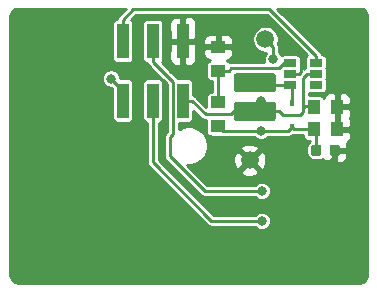
<source format=gbr>
G04 #@! TF.GenerationSoftware,KiCad,Pcbnew,5.1.5-52549c5~84~ubuntu18.04.1*
G04 #@! TF.CreationDate,2020-03-23T20:50:24+05:30*
G04 #@! TF.ProjectId,L80_adapter,4c38305f-6164-4617-9074-65722e6b6963,rev?*
G04 #@! TF.SameCoordinates,Original*
G04 #@! TF.FileFunction,Copper,L2,Bot*
G04 #@! TF.FilePolarity,Positive*
%FSLAX46Y46*%
G04 Gerber Fmt 4.6, Leading zero omitted, Abs format (unit mm)*
G04 Created by KiCad (PCBNEW 5.1.5-52549c5~84~ubuntu18.04.1) date 2020-03-23 20:50:24*
%MOMM*%
%LPD*%
G04 APERTURE LIST*
%ADD10C,1.500000*%
%ADD11R,1.250000X1.000000*%
%ADD12R,1.000000X3.000000*%
%ADD13R,1.060000X0.650000*%
%ADD14C,0.100000*%
%ADD15R,0.450000X0.600000*%
%ADD16R,1.000000X1.250000*%
%ADD17C,0.800000*%
%ADD18C,0.250000*%
%ADD19C,0.254000*%
G04 APERTURE END LIST*
D10*
X105156000Y-101244400D03*
D11*
X102489000Y-91646500D03*
X102489000Y-93646500D03*
X102489000Y-96345500D03*
X102489000Y-98345500D03*
D10*
X106489500Y-90995500D03*
D12*
X94424500Y-96182500D03*
X94424500Y-91142500D03*
X96964500Y-96182500D03*
X96964500Y-91142500D03*
X99504500Y-96182500D03*
X99504500Y-91142500D03*
D13*
X110764500Y-93916500D03*
X110764500Y-94866500D03*
X110764500Y-92966500D03*
X108564500Y-92966500D03*
X108564500Y-93916500D03*
X108564500Y-94866500D03*
G04 #@! TA.AperFunction,SMDPad,CuDef*
D14*
G36*
X107206183Y-96285770D02*
G01*
X107221714Y-96288074D01*
X107236946Y-96291890D01*
X107251729Y-96297179D01*
X107265923Y-96303893D01*
X107279391Y-96311965D01*
X107292003Y-96321318D01*
X107303637Y-96331863D01*
X107314182Y-96343497D01*
X107323535Y-96356109D01*
X107331607Y-96369577D01*
X107338321Y-96383771D01*
X107343610Y-96398554D01*
X107347426Y-96413786D01*
X107349730Y-96429317D01*
X107350500Y-96445000D01*
X107350500Y-97725000D01*
X107349730Y-97740683D01*
X107347426Y-97756214D01*
X107343610Y-97771446D01*
X107338321Y-97786229D01*
X107331607Y-97800423D01*
X107323535Y-97813891D01*
X107314182Y-97826503D01*
X107303637Y-97838137D01*
X107292003Y-97848682D01*
X107279391Y-97858035D01*
X107265923Y-97866107D01*
X107251729Y-97872821D01*
X107236946Y-97878110D01*
X107221714Y-97881926D01*
X107206183Y-97884230D01*
X107190500Y-97885000D01*
X104010500Y-97885000D01*
X103994817Y-97884230D01*
X103979286Y-97881926D01*
X103964054Y-97878110D01*
X103949271Y-97872821D01*
X103935077Y-97866107D01*
X103921609Y-97858035D01*
X103908997Y-97848682D01*
X103897363Y-97838137D01*
X103886818Y-97826503D01*
X103877465Y-97813891D01*
X103869393Y-97800423D01*
X103862679Y-97786229D01*
X103857390Y-97771446D01*
X103853574Y-97756214D01*
X103851270Y-97740683D01*
X103850500Y-97725000D01*
X103850500Y-96445000D01*
X103851270Y-96429317D01*
X103853574Y-96413786D01*
X103857390Y-96398554D01*
X103862679Y-96383771D01*
X103869393Y-96369577D01*
X103877465Y-96356109D01*
X103886818Y-96343497D01*
X103897363Y-96331863D01*
X103908997Y-96321318D01*
X103921609Y-96311965D01*
X103935077Y-96303893D01*
X103949271Y-96297179D01*
X103964054Y-96291890D01*
X103979286Y-96288074D01*
X103994817Y-96285770D01*
X104010500Y-96285000D01*
X107190500Y-96285000D01*
X107206183Y-96285770D01*
G37*
G04 #@! TD.AperFunction*
G04 #@! TA.AperFunction,SMDPad,CuDef*
G36*
X107206183Y-93885770D02*
G01*
X107221714Y-93888074D01*
X107236946Y-93891890D01*
X107251729Y-93897179D01*
X107265923Y-93903893D01*
X107279391Y-93911965D01*
X107292003Y-93921318D01*
X107303637Y-93931863D01*
X107314182Y-93943497D01*
X107323535Y-93956109D01*
X107331607Y-93969577D01*
X107338321Y-93983771D01*
X107343610Y-93998554D01*
X107347426Y-94013786D01*
X107349730Y-94029317D01*
X107350500Y-94045000D01*
X107350500Y-95325000D01*
X107349730Y-95340683D01*
X107347426Y-95356214D01*
X107343610Y-95371446D01*
X107338321Y-95386229D01*
X107331607Y-95400423D01*
X107323535Y-95413891D01*
X107314182Y-95426503D01*
X107303637Y-95438137D01*
X107292003Y-95448682D01*
X107279391Y-95458035D01*
X107265923Y-95466107D01*
X107251729Y-95472821D01*
X107236946Y-95478110D01*
X107221714Y-95481926D01*
X107206183Y-95484230D01*
X107190500Y-95485000D01*
X104010500Y-95485000D01*
X103994817Y-95484230D01*
X103979286Y-95481926D01*
X103964054Y-95478110D01*
X103949271Y-95472821D01*
X103935077Y-95466107D01*
X103921609Y-95458035D01*
X103908997Y-95448682D01*
X103897363Y-95438137D01*
X103886818Y-95426503D01*
X103877465Y-95413891D01*
X103869393Y-95400423D01*
X103862679Y-95386229D01*
X103857390Y-95371446D01*
X103853574Y-95356214D01*
X103851270Y-95340683D01*
X103850500Y-95325000D01*
X103850500Y-94045000D01*
X103851270Y-94029317D01*
X103853574Y-94013786D01*
X103857390Y-93998554D01*
X103862679Y-93983771D01*
X103869393Y-93969577D01*
X103877465Y-93956109D01*
X103886818Y-93943497D01*
X103897363Y-93931863D01*
X103908997Y-93921318D01*
X103921609Y-93911965D01*
X103935077Y-93903893D01*
X103949271Y-93897179D01*
X103964054Y-93891890D01*
X103979286Y-93888074D01*
X103994817Y-93885770D01*
X104010500Y-93885000D01*
X107190500Y-93885000D01*
X107206183Y-93885770D01*
G37*
G04 #@! TD.AperFunction*
D15*
X108712000Y-96359000D03*
X108712000Y-98459000D03*
G04 #@! TA.AperFunction,SMDPad,CuDef*
D14*
G36*
X112597191Y-99919553D02*
G01*
X112618426Y-99922703D01*
X112639250Y-99927919D01*
X112659462Y-99935151D01*
X112678868Y-99944330D01*
X112697281Y-99955366D01*
X112714524Y-99968154D01*
X112730430Y-99982570D01*
X112744846Y-99998476D01*
X112757634Y-100015719D01*
X112768670Y-100034132D01*
X112777849Y-100053538D01*
X112785081Y-100073750D01*
X112790297Y-100094574D01*
X112793447Y-100115809D01*
X112794500Y-100137250D01*
X112794500Y-100649750D01*
X112793447Y-100671191D01*
X112790297Y-100692426D01*
X112785081Y-100713250D01*
X112777849Y-100733462D01*
X112768670Y-100752868D01*
X112757634Y-100771281D01*
X112744846Y-100788524D01*
X112730430Y-100804430D01*
X112714524Y-100818846D01*
X112697281Y-100831634D01*
X112678868Y-100842670D01*
X112659462Y-100851849D01*
X112639250Y-100859081D01*
X112618426Y-100864297D01*
X112597191Y-100867447D01*
X112575750Y-100868500D01*
X112138250Y-100868500D01*
X112116809Y-100867447D01*
X112095574Y-100864297D01*
X112074750Y-100859081D01*
X112054538Y-100851849D01*
X112035132Y-100842670D01*
X112016719Y-100831634D01*
X111999476Y-100818846D01*
X111983570Y-100804430D01*
X111969154Y-100788524D01*
X111956366Y-100771281D01*
X111945330Y-100752868D01*
X111936151Y-100733462D01*
X111928919Y-100713250D01*
X111923703Y-100692426D01*
X111920553Y-100671191D01*
X111919500Y-100649750D01*
X111919500Y-100137250D01*
X111920553Y-100115809D01*
X111923703Y-100094574D01*
X111928919Y-100073750D01*
X111936151Y-100053538D01*
X111945330Y-100034132D01*
X111956366Y-100015719D01*
X111969154Y-99998476D01*
X111983570Y-99982570D01*
X111999476Y-99968154D01*
X112016719Y-99955366D01*
X112035132Y-99944330D01*
X112054538Y-99935151D01*
X112074750Y-99927919D01*
X112095574Y-99922703D01*
X112116809Y-99919553D01*
X112138250Y-99918500D01*
X112575750Y-99918500D01*
X112597191Y-99919553D01*
G37*
G04 #@! TD.AperFunction*
G04 #@! TA.AperFunction,SMDPad,CuDef*
G36*
X111022191Y-99919553D02*
G01*
X111043426Y-99922703D01*
X111064250Y-99927919D01*
X111084462Y-99935151D01*
X111103868Y-99944330D01*
X111122281Y-99955366D01*
X111139524Y-99968154D01*
X111155430Y-99982570D01*
X111169846Y-99998476D01*
X111182634Y-100015719D01*
X111193670Y-100034132D01*
X111202849Y-100053538D01*
X111210081Y-100073750D01*
X111215297Y-100094574D01*
X111218447Y-100115809D01*
X111219500Y-100137250D01*
X111219500Y-100649750D01*
X111218447Y-100671191D01*
X111215297Y-100692426D01*
X111210081Y-100713250D01*
X111202849Y-100733462D01*
X111193670Y-100752868D01*
X111182634Y-100771281D01*
X111169846Y-100788524D01*
X111155430Y-100804430D01*
X111139524Y-100818846D01*
X111122281Y-100831634D01*
X111103868Y-100842670D01*
X111084462Y-100851849D01*
X111064250Y-100859081D01*
X111043426Y-100864297D01*
X111022191Y-100867447D01*
X111000750Y-100868500D01*
X110563250Y-100868500D01*
X110541809Y-100867447D01*
X110520574Y-100864297D01*
X110499750Y-100859081D01*
X110479538Y-100851849D01*
X110460132Y-100842670D01*
X110441719Y-100831634D01*
X110424476Y-100818846D01*
X110408570Y-100804430D01*
X110394154Y-100788524D01*
X110381366Y-100771281D01*
X110370330Y-100752868D01*
X110361151Y-100733462D01*
X110353919Y-100713250D01*
X110348703Y-100692426D01*
X110345553Y-100671191D01*
X110344500Y-100649750D01*
X110344500Y-100137250D01*
X110345553Y-100115809D01*
X110348703Y-100094574D01*
X110353919Y-100073750D01*
X110361151Y-100053538D01*
X110370330Y-100034132D01*
X110381366Y-100015719D01*
X110394154Y-99998476D01*
X110408570Y-99982570D01*
X110424476Y-99968154D01*
X110441719Y-99955366D01*
X110460132Y-99944330D01*
X110479538Y-99935151D01*
X110499750Y-99927919D01*
X110520574Y-99922703D01*
X110541809Y-99919553D01*
X110563250Y-99918500D01*
X111000750Y-99918500D01*
X111022191Y-99919553D01*
G37*
G04 #@! TD.AperFunction*
D16*
X112569500Y-98615500D03*
X110569500Y-98615500D03*
X112569500Y-96710500D03*
X110569500Y-96710500D03*
D17*
X109283500Y-101282500D03*
X90678000Y-106362500D03*
X106108500Y-96202500D03*
X106108500Y-98742500D03*
X106172000Y-106362500D03*
X106172000Y-103822500D03*
X107124500Y-92683490D03*
X93404998Y-94322028D03*
D18*
X112569500Y-98615500D02*
X112569500Y-96710500D01*
X112357000Y-100868500D02*
X112357000Y-100393500D01*
X111943000Y-101282500D02*
X112357000Y-100868500D01*
X109283500Y-101282500D02*
X111943000Y-101282500D01*
X102489000Y-90741500D02*
X102489000Y-91646500D01*
X108564500Y-93916500D02*
X109344500Y-93916500D01*
X106997500Y-89598500D02*
X103632000Y-89598500D01*
X103632000Y-89598500D02*
X102489000Y-90741500D01*
X109537500Y-93723500D02*
X109537500Y-92138500D01*
X109344500Y-93916500D02*
X109537500Y-93723500D01*
X109537500Y-92138500D02*
X106997500Y-89598500D01*
X90678000Y-93916500D02*
X90678000Y-106362500D01*
X91249500Y-93345000D02*
X90678000Y-93916500D01*
X95186500Y-93345000D02*
X91249500Y-93345000D01*
X99504500Y-89392500D02*
X99202500Y-89090500D01*
X99504500Y-91142500D02*
X99504500Y-89392500D01*
X99202500Y-89090500D02*
X96139000Y-89090500D01*
X95694500Y-89535000D02*
X95694500Y-92837000D01*
X96139000Y-89090500D02*
X95694500Y-89535000D01*
X95694500Y-92837000D02*
X95186500Y-93345000D01*
X99504500Y-91142500D02*
X100642100Y-91142500D01*
X101146100Y-91646500D02*
X102489000Y-91646500D01*
X100642100Y-91142500D02*
X101146100Y-91646500D01*
X109664500Y-97155000D02*
X109664500Y-94234000D01*
X109982000Y-93916500D02*
X110764500Y-93916500D01*
X109664500Y-94234000D02*
X109982000Y-93916500D01*
X109819500Y-96647000D02*
X110569500Y-96647000D01*
X109664500Y-96802000D02*
X109819500Y-96647000D01*
X109664500Y-97155000D02*
X109664500Y-96802000D01*
X107626000Y-97085000D02*
X105600500Y-97085000D01*
X107950000Y-97409000D02*
X107626000Y-97085000D01*
X109664500Y-97155000D02*
X109410500Y-97409000D01*
X109410500Y-97409000D02*
X107950000Y-97409000D01*
X103850500Y-97085000D02*
X105600500Y-97085000D01*
X103590000Y-97345500D02*
X103850500Y-97085000D01*
X101417500Y-97345500D02*
X103590000Y-97345500D01*
X99504500Y-96182500D02*
X100254500Y-96182500D01*
X100254500Y-96182500D02*
X101417500Y-97345500D01*
X106108500Y-96577000D02*
X105600500Y-97085000D01*
X106108500Y-96202500D02*
X106108500Y-96577000D01*
X102886000Y-98742500D02*
X102489000Y-98345500D01*
X106108500Y-98742500D02*
X102886000Y-98742500D01*
X108428500Y-98742500D02*
X108712000Y-98459000D01*
X106108500Y-98742500D02*
X108428500Y-98742500D01*
X108868500Y-98615500D02*
X108712000Y-98459000D01*
X110569500Y-98615500D02*
X108868500Y-98615500D01*
X110782000Y-98828000D02*
X110569500Y-98615500D01*
X110782000Y-100393500D02*
X110782000Y-98828000D01*
X108712000Y-95014000D02*
X108564500Y-94866500D01*
X108712000Y-96359000D02*
X108712000Y-95014000D01*
X105782000Y-94866500D02*
X105600500Y-94685000D01*
X108564500Y-94866500D02*
X105782000Y-94866500D01*
X110764500Y-92391500D02*
X106828500Y-88455500D01*
X110764500Y-92966500D02*
X110764500Y-92391500D01*
X106828500Y-88455500D02*
X95313500Y-88455500D01*
X94424500Y-89344500D02*
X94424500Y-91142500D01*
X95313500Y-88455500D02*
X94424500Y-89344500D01*
X105606315Y-106362500D02*
X106172000Y-106362500D01*
X101917500Y-106362500D02*
X105606315Y-106362500D01*
X96964500Y-96182500D02*
X96964500Y-101409500D01*
X96964500Y-101409500D02*
X101917500Y-106362500D01*
X96964500Y-91142500D02*
X96964500Y-92892500D01*
X96964500Y-92892500D02*
X98171000Y-94099000D01*
X98171000Y-94099000D02*
X98171000Y-94107000D01*
X98171000Y-94107000D02*
X98653600Y-94589600D01*
X98653600Y-94589600D02*
X98653600Y-99015398D01*
X98424999Y-99243999D02*
X98424999Y-100914199D01*
X98653600Y-99015398D02*
X98424999Y-99243999D01*
X101333300Y-103822500D02*
X106172000Y-103822500D01*
X98424999Y-100914199D02*
X101333300Y-103822500D01*
X102489000Y-95595500D02*
X102489000Y-93646500D01*
X102489000Y-96345500D02*
X102489000Y-95595500D01*
X108074498Y-92966500D02*
X107632498Y-93408500D01*
X108564500Y-92966500D02*
X108074498Y-92966500D01*
X103364000Y-93646500D02*
X102489000Y-93646500D01*
X103602000Y-93408500D02*
X103364000Y-93646500D01*
X107632498Y-93408500D02*
X103602000Y-93408500D01*
X107124500Y-91630500D02*
X106489500Y-90995500D01*
X107124500Y-92683490D02*
X107124500Y-91630500D01*
X94424500Y-96182500D02*
X94424500Y-94996000D01*
X94078970Y-94996000D02*
X93404998Y-94322028D01*
X94424500Y-94996000D02*
X94078970Y-94996000D01*
D19*
G36*
X94084285Y-88969124D02*
G01*
X94064973Y-88984973D01*
X94001741Y-89062021D01*
X93954755Y-89149926D01*
X93925822Y-89245308D01*
X93924408Y-89259666D01*
X93849811Y-89267013D01*
X93777992Y-89288799D01*
X93711804Y-89324178D01*
X93653789Y-89371789D01*
X93606178Y-89429804D01*
X93570799Y-89495992D01*
X93549013Y-89567811D01*
X93541657Y-89642500D01*
X93541657Y-92642500D01*
X93549013Y-92717189D01*
X93570799Y-92789008D01*
X93606178Y-92855196D01*
X93653789Y-92913211D01*
X93711804Y-92960822D01*
X93777992Y-92996201D01*
X93849811Y-93017987D01*
X93924500Y-93025343D01*
X94924500Y-93025343D01*
X94999189Y-93017987D01*
X95071008Y-92996201D01*
X95137196Y-92960822D01*
X95195211Y-92913211D01*
X95242822Y-92855196D01*
X95278201Y-92789008D01*
X95299987Y-92717189D01*
X95307343Y-92642500D01*
X95307343Y-89642500D01*
X95299987Y-89567811D01*
X95278201Y-89495992D01*
X95242822Y-89429804D01*
X95195211Y-89371789D01*
X95149948Y-89334643D01*
X95523092Y-88961500D01*
X106618909Y-88961500D01*
X109999165Y-92341757D01*
X109963789Y-92370789D01*
X109916178Y-92428804D01*
X109880799Y-92494992D01*
X109859013Y-92566811D01*
X109851657Y-92641500D01*
X109851657Y-93291500D01*
X109859013Y-93366189D01*
X109875361Y-93420081D01*
X109787425Y-93446755D01*
X109721773Y-93481847D01*
X109720312Y-93467018D01*
X109684002Y-93347320D01*
X109625037Y-93237006D01*
X109545685Y-93140315D01*
X109477343Y-93084228D01*
X109477343Y-92641500D01*
X109469987Y-92566811D01*
X109448201Y-92494992D01*
X109412822Y-92428804D01*
X109365211Y-92370789D01*
X109307196Y-92323178D01*
X109241008Y-92287799D01*
X109169189Y-92266013D01*
X109094500Y-92258657D01*
X108034500Y-92258657D01*
X107959811Y-92266013D01*
X107887992Y-92287799D01*
X107821804Y-92323178D01*
X107820907Y-92323914D01*
X107816613Y-92313548D01*
X107731142Y-92185631D01*
X107630500Y-92084989D01*
X107630500Y-91655354D01*
X107632948Y-91630500D01*
X107623178Y-91531307D01*
X107594245Y-91435925D01*
X107588394Y-91424979D01*
X107558756Y-91369531D01*
X107577036Y-91325400D01*
X107620500Y-91106894D01*
X107620500Y-90884106D01*
X107577036Y-90665600D01*
X107491779Y-90459771D01*
X107368005Y-90274530D01*
X107210470Y-90116995D01*
X107025229Y-89993221D01*
X106819400Y-89907964D01*
X106600894Y-89864500D01*
X106378106Y-89864500D01*
X106159600Y-89907964D01*
X105953771Y-89993221D01*
X105768530Y-90116995D01*
X105610995Y-90274530D01*
X105487221Y-90459771D01*
X105401964Y-90665600D01*
X105358500Y-90884106D01*
X105358500Y-91106894D01*
X105401964Y-91325400D01*
X105487221Y-91531229D01*
X105610995Y-91716470D01*
X105768530Y-91874005D01*
X105953771Y-91997779D01*
X106159600Y-92083036D01*
X106378106Y-92126500D01*
X106576989Y-92126500D01*
X106517858Y-92185631D01*
X106432387Y-92313548D01*
X106373513Y-92455681D01*
X106343500Y-92606568D01*
X106343500Y-92760412D01*
X106371763Y-92902500D01*
X103626854Y-92902500D01*
X103602000Y-92900052D01*
X103577146Y-92902500D01*
X103502807Y-92909822D01*
X103430613Y-92931721D01*
X103384711Y-92875789D01*
X103326696Y-92828178D01*
X103260508Y-92792799D01*
X103204126Y-92775696D01*
X103238482Y-92772312D01*
X103358180Y-92736002D01*
X103468494Y-92677037D01*
X103565185Y-92597685D01*
X103644537Y-92500994D01*
X103703502Y-92390680D01*
X103739812Y-92270982D01*
X103752072Y-92146500D01*
X103749000Y-91932250D01*
X103590250Y-91773500D01*
X102616000Y-91773500D01*
X102616000Y-91793500D01*
X102362000Y-91793500D01*
X102362000Y-91773500D01*
X101387750Y-91773500D01*
X101229000Y-91932250D01*
X101225928Y-92146500D01*
X101238188Y-92270982D01*
X101274498Y-92390680D01*
X101333463Y-92500994D01*
X101412815Y-92597685D01*
X101509506Y-92677037D01*
X101619820Y-92736002D01*
X101739518Y-92772312D01*
X101773874Y-92775696D01*
X101717492Y-92792799D01*
X101651304Y-92828178D01*
X101593289Y-92875789D01*
X101545678Y-92933804D01*
X101510299Y-92999992D01*
X101488513Y-93071811D01*
X101481157Y-93146500D01*
X101481157Y-94146500D01*
X101488513Y-94221189D01*
X101510299Y-94293008D01*
X101545678Y-94359196D01*
X101593289Y-94417211D01*
X101651304Y-94464822D01*
X101717492Y-94500201D01*
X101789311Y-94521987D01*
X101864000Y-94529343D01*
X101983001Y-94529343D01*
X101983000Y-95462657D01*
X101864000Y-95462657D01*
X101789311Y-95470013D01*
X101717492Y-95491799D01*
X101651304Y-95527178D01*
X101593289Y-95574789D01*
X101545678Y-95632804D01*
X101510299Y-95698992D01*
X101488513Y-95770811D01*
X101481157Y-95845500D01*
X101481157Y-96693565D01*
X100629876Y-95842285D01*
X100614027Y-95822973D01*
X100536979Y-95759741D01*
X100449075Y-95712755D01*
X100387343Y-95694029D01*
X100387343Y-94682500D01*
X100379987Y-94607811D01*
X100358201Y-94535992D01*
X100322822Y-94469804D01*
X100275211Y-94411789D01*
X100217196Y-94364178D01*
X100151008Y-94328799D01*
X100079189Y-94307013D01*
X100004500Y-94299657D01*
X99070233Y-94299657D01*
X99013127Y-94230073D01*
X98993820Y-94214228D01*
X98582989Y-93803398D01*
X98530527Y-93739473D01*
X98511220Y-93723628D01*
X97716312Y-92928721D01*
X97735211Y-92913211D01*
X97782822Y-92855196D01*
X97818201Y-92789008D01*
X97839987Y-92717189D01*
X97847343Y-92642500D01*
X98366428Y-92642500D01*
X98378688Y-92766982D01*
X98414998Y-92886680D01*
X98473963Y-92996994D01*
X98553315Y-93093685D01*
X98650006Y-93173037D01*
X98760320Y-93232002D01*
X98880018Y-93268312D01*
X99004500Y-93280572D01*
X99218750Y-93277500D01*
X99377500Y-93118750D01*
X99377500Y-91269500D01*
X99631500Y-91269500D01*
X99631500Y-93118750D01*
X99790250Y-93277500D01*
X100004500Y-93280572D01*
X100128982Y-93268312D01*
X100248680Y-93232002D01*
X100358994Y-93173037D01*
X100455685Y-93093685D01*
X100535037Y-92996994D01*
X100594002Y-92886680D01*
X100630312Y-92766982D01*
X100642572Y-92642500D01*
X100639500Y-91428250D01*
X100480750Y-91269500D01*
X99631500Y-91269500D01*
X99377500Y-91269500D01*
X98528250Y-91269500D01*
X98369500Y-91428250D01*
X98366428Y-92642500D01*
X97847343Y-92642500D01*
X97847343Y-91146500D01*
X101225928Y-91146500D01*
X101229000Y-91360750D01*
X101387750Y-91519500D01*
X102362000Y-91519500D01*
X102362000Y-90670250D01*
X102616000Y-90670250D01*
X102616000Y-91519500D01*
X103590250Y-91519500D01*
X103749000Y-91360750D01*
X103752072Y-91146500D01*
X103739812Y-91022018D01*
X103703502Y-90902320D01*
X103644537Y-90792006D01*
X103565185Y-90695315D01*
X103468494Y-90615963D01*
X103358180Y-90556998D01*
X103238482Y-90520688D01*
X103114000Y-90508428D01*
X102774750Y-90511500D01*
X102616000Y-90670250D01*
X102362000Y-90670250D01*
X102203250Y-90511500D01*
X101864000Y-90508428D01*
X101739518Y-90520688D01*
X101619820Y-90556998D01*
X101509506Y-90615963D01*
X101412815Y-90695315D01*
X101333463Y-90792006D01*
X101274498Y-90902320D01*
X101238188Y-91022018D01*
X101225928Y-91146500D01*
X97847343Y-91146500D01*
X97847343Y-89642500D01*
X98366428Y-89642500D01*
X98369500Y-90856750D01*
X98528250Y-91015500D01*
X99377500Y-91015500D01*
X99377500Y-89166250D01*
X99631500Y-89166250D01*
X99631500Y-91015500D01*
X100480750Y-91015500D01*
X100639500Y-90856750D01*
X100642572Y-89642500D01*
X100630312Y-89518018D01*
X100594002Y-89398320D01*
X100535037Y-89288006D01*
X100455685Y-89191315D01*
X100358994Y-89111963D01*
X100248680Y-89052998D01*
X100128982Y-89016688D01*
X100004500Y-89004428D01*
X99790250Y-89007500D01*
X99631500Y-89166250D01*
X99377500Y-89166250D01*
X99218750Y-89007500D01*
X99004500Y-89004428D01*
X98880018Y-89016688D01*
X98760320Y-89052998D01*
X98650006Y-89111963D01*
X98553315Y-89191315D01*
X98473963Y-89288006D01*
X98414998Y-89398320D01*
X98378688Y-89518018D01*
X98366428Y-89642500D01*
X97847343Y-89642500D01*
X97839987Y-89567811D01*
X97818201Y-89495992D01*
X97782822Y-89429804D01*
X97735211Y-89371789D01*
X97677196Y-89324178D01*
X97611008Y-89288799D01*
X97539189Y-89267013D01*
X97464500Y-89259657D01*
X96464500Y-89259657D01*
X96389811Y-89267013D01*
X96317992Y-89288799D01*
X96251804Y-89324178D01*
X96193789Y-89371789D01*
X96146178Y-89429804D01*
X96110799Y-89495992D01*
X96089013Y-89567811D01*
X96081657Y-89642500D01*
X96081657Y-92642500D01*
X96089013Y-92717189D01*
X96110799Y-92789008D01*
X96146178Y-92855196D01*
X96193789Y-92913211D01*
X96251804Y-92960822D01*
X96317992Y-92996201D01*
X96389811Y-93017987D01*
X96464500Y-93025343D01*
X96476030Y-93025343D01*
X96494755Y-93087074D01*
X96494756Y-93087075D01*
X96541742Y-93174979D01*
X96604974Y-93252027D01*
X96624280Y-93267871D01*
X97759014Y-94402606D01*
X97811473Y-94466527D01*
X97830785Y-94482376D01*
X98147600Y-94799192D01*
X98147601Y-98805806D01*
X98084784Y-98868623D01*
X98065472Y-98884472D01*
X98002240Y-98961520D01*
X97955254Y-99049425D01*
X97926321Y-99144807D01*
X97918999Y-99219146D01*
X97918999Y-99219153D01*
X97916552Y-99243999D01*
X97918999Y-99268846D01*
X97919000Y-100889343D01*
X97916552Y-100914199D01*
X97926321Y-101013391D01*
X97955254Y-101108773D01*
X97965009Y-101127022D01*
X98002241Y-101196678D01*
X98065473Y-101273726D01*
X98084780Y-101289571D01*
X100957928Y-104162720D01*
X100973773Y-104182027D01*
X101050821Y-104245259D01*
X101138725Y-104292245D01*
X101234107Y-104321178D01*
X101333300Y-104330948D01*
X101358154Y-104328500D01*
X105573499Y-104328500D01*
X105674141Y-104429142D01*
X105802058Y-104514613D01*
X105944191Y-104573487D01*
X106095078Y-104603500D01*
X106248922Y-104603500D01*
X106399809Y-104573487D01*
X106541942Y-104514613D01*
X106669859Y-104429142D01*
X106778642Y-104320359D01*
X106864113Y-104192442D01*
X106922987Y-104050309D01*
X106953000Y-103899422D01*
X106953000Y-103745578D01*
X106922987Y-103594691D01*
X106864113Y-103452558D01*
X106778642Y-103324641D01*
X106669859Y-103215858D01*
X106541942Y-103130387D01*
X106399809Y-103071513D01*
X106248922Y-103041500D01*
X106095078Y-103041500D01*
X105944191Y-103071513D01*
X105802058Y-103130387D01*
X105674141Y-103215858D01*
X105573499Y-103316500D01*
X101542892Y-103316500D01*
X100427785Y-102201393D01*
X104378612Y-102201393D01*
X104444137Y-102440260D01*
X104691116Y-102556160D01*
X104955960Y-102621650D01*
X105228492Y-102634212D01*
X105498238Y-102593365D01*
X105754832Y-102500677D01*
X105867863Y-102440260D01*
X105933388Y-102201393D01*
X105156000Y-101424005D01*
X104378612Y-102201393D01*
X100427785Y-102201393D01*
X99857391Y-101631000D01*
X100160640Y-101631000D01*
X100475745Y-101568322D01*
X100772568Y-101445374D01*
X100964855Y-101316892D01*
X103766188Y-101316892D01*
X103807035Y-101586638D01*
X103899723Y-101843232D01*
X103960140Y-101956263D01*
X104199007Y-102021788D01*
X104976395Y-101244400D01*
X105335605Y-101244400D01*
X106112993Y-102021788D01*
X106351860Y-101956263D01*
X106467760Y-101709284D01*
X106533250Y-101444440D01*
X106545812Y-101171908D01*
X106504965Y-100902162D01*
X106412277Y-100645568D01*
X106351860Y-100532537D01*
X106112993Y-100467012D01*
X105335605Y-101244400D01*
X104976395Y-101244400D01*
X104199007Y-100467012D01*
X103960140Y-100532537D01*
X103844240Y-100779516D01*
X103778750Y-101044360D01*
X103766188Y-101316892D01*
X100964855Y-101316892D01*
X101039702Y-101266881D01*
X101266881Y-101039702D01*
X101445374Y-100772568D01*
X101568322Y-100475745D01*
X101605784Y-100287407D01*
X104378612Y-100287407D01*
X105156000Y-101064795D01*
X105933388Y-100287407D01*
X105867863Y-100048540D01*
X105620884Y-99932640D01*
X105356040Y-99867150D01*
X105083508Y-99854588D01*
X104813762Y-99895435D01*
X104557168Y-99988123D01*
X104444137Y-100048540D01*
X104378612Y-100287407D01*
X101605784Y-100287407D01*
X101631000Y-100160640D01*
X101631000Y-99839360D01*
X101568322Y-99524255D01*
X101445374Y-99227432D01*
X101266881Y-98960298D01*
X101039702Y-98733119D01*
X100772568Y-98554626D01*
X100475745Y-98431678D01*
X100160640Y-98369000D01*
X99839360Y-98369000D01*
X99524255Y-98431678D01*
X99227432Y-98554626D01*
X99159600Y-98599950D01*
X99159600Y-98065343D01*
X100004500Y-98065343D01*
X100079189Y-98057987D01*
X100151008Y-98036201D01*
X100217196Y-98000822D01*
X100275211Y-97953211D01*
X100322822Y-97895196D01*
X100358201Y-97829008D01*
X100379987Y-97757189D01*
X100387343Y-97682500D01*
X100387343Y-97030934D01*
X101042128Y-97685720D01*
X101057973Y-97705027D01*
X101135021Y-97768259D01*
X101222925Y-97815245D01*
X101294818Y-97837053D01*
X101318306Y-97844178D01*
X101328194Y-97845152D01*
X101392646Y-97851500D01*
X101392653Y-97851500D01*
X101417499Y-97853947D01*
X101442345Y-97851500D01*
X101481157Y-97851500D01*
X101481157Y-98845500D01*
X101488513Y-98920189D01*
X101510299Y-98992008D01*
X101545678Y-99058196D01*
X101593289Y-99116211D01*
X101651304Y-99163822D01*
X101717492Y-99199201D01*
X101789311Y-99220987D01*
X101864000Y-99228343D01*
X102744494Y-99228343D01*
X102786807Y-99241178D01*
X102886000Y-99250948D01*
X102910854Y-99248500D01*
X105509999Y-99248500D01*
X105610641Y-99349142D01*
X105738558Y-99434613D01*
X105880691Y-99493487D01*
X106031578Y-99523500D01*
X106185422Y-99523500D01*
X106336309Y-99493487D01*
X106478442Y-99434613D01*
X106606359Y-99349142D01*
X106707001Y-99248500D01*
X108403654Y-99248500D01*
X108428500Y-99250947D01*
X108453346Y-99248500D01*
X108453354Y-99248500D01*
X108527693Y-99241178D01*
X108623075Y-99212245D01*
X108710979Y-99165259D01*
X108739511Y-99141843D01*
X108937000Y-99141843D01*
X109011689Y-99134487D01*
X109054502Y-99121500D01*
X109686657Y-99121500D01*
X109686657Y-99240500D01*
X109694013Y-99315189D01*
X109715799Y-99387008D01*
X109751178Y-99453196D01*
X109798789Y-99511211D01*
X109856804Y-99558822D01*
X109922992Y-99594201D01*
X109994811Y-99615987D01*
X110069500Y-99623343D01*
X110254656Y-99623343D01*
X110229023Y-99637044D01*
X110137860Y-99711860D01*
X110063044Y-99803023D01*
X110007451Y-99907030D01*
X109973216Y-100019885D01*
X109961657Y-100137250D01*
X109961657Y-100649750D01*
X109973216Y-100767115D01*
X110007451Y-100879970D01*
X110063044Y-100983977D01*
X110137860Y-101075140D01*
X110229023Y-101149956D01*
X110333030Y-101205549D01*
X110445885Y-101239784D01*
X110563250Y-101251343D01*
X111000750Y-101251343D01*
X111118115Y-101239784D01*
X111230970Y-101205549D01*
X111334977Y-101149956D01*
X111345366Y-101141430D01*
X111388963Y-101222994D01*
X111468315Y-101319685D01*
X111565006Y-101399037D01*
X111675320Y-101458002D01*
X111795018Y-101494312D01*
X111919500Y-101506572D01*
X112071250Y-101503500D01*
X112230000Y-101344750D01*
X112230000Y-100520500D01*
X112484000Y-100520500D01*
X112484000Y-101344750D01*
X112642750Y-101503500D01*
X112794500Y-101506572D01*
X112918982Y-101494312D01*
X113038680Y-101458002D01*
X113148994Y-101399037D01*
X113245685Y-101319685D01*
X113325037Y-101222994D01*
X113384002Y-101112680D01*
X113420312Y-100992982D01*
X113432572Y-100868500D01*
X113429500Y-100679250D01*
X113270750Y-100520500D01*
X112484000Y-100520500D01*
X112230000Y-100520500D01*
X112210000Y-100520500D01*
X112210000Y-100266500D01*
X112230000Y-100266500D01*
X112230000Y-100246500D01*
X112484000Y-100246500D01*
X112484000Y-100266500D01*
X113270750Y-100266500D01*
X113429500Y-100107750D01*
X113432572Y-99918500D01*
X113420312Y-99794018D01*
X113414827Y-99775937D01*
X113423994Y-99771037D01*
X113520685Y-99691685D01*
X113600037Y-99594994D01*
X113659002Y-99484680D01*
X113695312Y-99364982D01*
X113707572Y-99240500D01*
X113704500Y-98901250D01*
X113545750Y-98742500D01*
X112696500Y-98742500D01*
X112696500Y-98762500D01*
X112442500Y-98762500D01*
X112442500Y-98742500D01*
X112422500Y-98742500D01*
X112422500Y-98488500D01*
X112442500Y-98488500D01*
X112442500Y-96837500D01*
X112696500Y-96837500D01*
X112696500Y-98488500D01*
X113545750Y-98488500D01*
X113704500Y-98329750D01*
X113707572Y-97990500D01*
X113695312Y-97866018D01*
X113659002Y-97746320D01*
X113614466Y-97663000D01*
X113659002Y-97579680D01*
X113695312Y-97459982D01*
X113707572Y-97335500D01*
X113704500Y-96996250D01*
X113545750Y-96837500D01*
X112696500Y-96837500D01*
X112442500Y-96837500D01*
X112422500Y-96837500D01*
X112422500Y-96583500D01*
X112442500Y-96583500D01*
X112442500Y-95609250D01*
X112696500Y-95609250D01*
X112696500Y-96583500D01*
X113545750Y-96583500D01*
X113704500Y-96424750D01*
X113707572Y-96085500D01*
X113695312Y-95961018D01*
X113659002Y-95841320D01*
X113600037Y-95731006D01*
X113520685Y-95634315D01*
X113423994Y-95554963D01*
X113313680Y-95495998D01*
X113193982Y-95459688D01*
X113069500Y-95447428D01*
X112855250Y-95450500D01*
X112696500Y-95609250D01*
X112442500Y-95609250D01*
X112283750Y-95450500D01*
X112069500Y-95447428D01*
X111945018Y-95459688D01*
X111825320Y-95495998D01*
X111715006Y-95554963D01*
X111618315Y-95634315D01*
X111538963Y-95731006D01*
X111479998Y-95841320D01*
X111443688Y-95961018D01*
X111440304Y-95995374D01*
X111423201Y-95938992D01*
X111387822Y-95872804D01*
X111340211Y-95814789D01*
X111282196Y-95767178D01*
X111216008Y-95731799D01*
X111144189Y-95710013D01*
X111069500Y-95702657D01*
X110170500Y-95702657D01*
X110170500Y-95568040D01*
X110234500Y-95574343D01*
X111294500Y-95574343D01*
X111369189Y-95566987D01*
X111441008Y-95545201D01*
X111507196Y-95509822D01*
X111565211Y-95462211D01*
X111612822Y-95404196D01*
X111648201Y-95338008D01*
X111669987Y-95266189D01*
X111677343Y-95191500D01*
X111677343Y-94541500D01*
X111669987Y-94466811D01*
X111648201Y-94394992D01*
X111646334Y-94391500D01*
X111648201Y-94388008D01*
X111669987Y-94316189D01*
X111677343Y-94241500D01*
X111677343Y-93591500D01*
X111669987Y-93516811D01*
X111648201Y-93444992D01*
X111646334Y-93441500D01*
X111648201Y-93438008D01*
X111669987Y-93366189D01*
X111677343Y-93291500D01*
X111677343Y-92641500D01*
X111669987Y-92566811D01*
X111648201Y-92494992D01*
X111612822Y-92428804D01*
X111565211Y-92370789D01*
X111507196Y-92323178D01*
X111441008Y-92287799D01*
X111369189Y-92266013D01*
X111294500Y-92258657D01*
X111252971Y-92258657D01*
X111234245Y-92196925D01*
X111203255Y-92138948D01*
X111187259Y-92109021D01*
X111124027Y-92031973D01*
X111104720Y-92016128D01*
X107494591Y-88406000D01*
X114480146Y-88406000D01*
X114614994Y-88419222D01*
X114725614Y-88452620D01*
X114827639Y-88506868D01*
X114917179Y-88579895D01*
X114990833Y-88668925D01*
X115045792Y-88770572D01*
X115079960Y-88880949D01*
X115094001Y-89014537D01*
X115094000Y-110980146D01*
X115080778Y-111114994D01*
X115047379Y-111225615D01*
X114993132Y-111327639D01*
X114920106Y-111417179D01*
X114831072Y-111490834D01*
X114729428Y-111545792D01*
X114619051Y-111579960D01*
X114485472Y-111594000D01*
X85519854Y-111594000D01*
X85385006Y-111580778D01*
X85274385Y-111547379D01*
X85172361Y-111493132D01*
X85082821Y-111420106D01*
X85009166Y-111331072D01*
X84954208Y-111229428D01*
X84920040Y-111119051D01*
X84906000Y-110985472D01*
X84906000Y-94245106D01*
X92623998Y-94245106D01*
X92623998Y-94398950D01*
X92654011Y-94549837D01*
X92712885Y-94691970D01*
X92798356Y-94819887D01*
X92907139Y-94928670D01*
X93035056Y-95014141D01*
X93177189Y-95073015D01*
X93328076Y-95103028D01*
X93470406Y-95103028D01*
X93541657Y-95174279D01*
X93541657Y-97682500D01*
X93549013Y-97757189D01*
X93570799Y-97829008D01*
X93606178Y-97895196D01*
X93653789Y-97953211D01*
X93711804Y-98000822D01*
X93777992Y-98036201D01*
X93849811Y-98057987D01*
X93924500Y-98065343D01*
X94924500Y-98065343D01*
X94999189Y-98057987D01*
X95071008Y-98036201D01*
X95137196Y-98000822D01*
X95195211Y-97953211D01*
X95242822Y-97895196D01*
X95278201Y-97829008D01*
X95299987Y-97757189D01*
X95307343Y-97682500D01*
X95307343Y-94682500D01*
X96081657Y-94682500D01*
X96081657Y-97682500D01*
X96089013Y-97757189D01*
X96110799Y-97829008D01*
X96146178Y-97895196D01*
X96193789Y-97953211D01*
X96251804Y-98000822D01*
X96317992Y-98036201D01*
X96389811Y-98057987D01*
X96458500Y-98064752D01*
X96458501Y-101384644D01*
X96456053Y-101409500D01*
X96465822Y-101508692D01*
X96494755Y-101604074D01*
X96494756Y-101604075D01*
X96541742Y-101691979D01*
X96604974Y-101769027D01*
X96624281Y-101784872D01*
X101542128Y-106702720D01*
X101557973Y-106722027D01*
X101635021Y-106785259D01*
X101722925Y-106832245D01*
X101818307Y-106861178D01*
X101917500Y-106870948D01*
X101942354Y-106868500D01*
X105573499Y-106868500D01*
X105674141Y-106969142D01*
X105802058Y-107054613D01*
X105944191Y-107113487D01*
X106095078Y-107143500D01*
X106248922Y-107143500D01*
X106399809Y-107113487D01*
X106541942Y-107054613D01*
X106669859Y-106969142D01*
X106778642Y-106860359D01*
X106864113Y-106732442D01*
X106922987Y-106590309D01*
X106953000Y-106439422D01*
X106953000Y-106285578D01*
X106922987Y-106134691D01*
X106864113Y-105992558D01*
X106778642Y-105864641D01*
X106669859Y-105755858D01*
X106541942Y-105670387D01*
X106399809Y-105611513D01*
X106248922Y-105581500D01*
X106095078Y-105581500D01*
X105944191Y-105611513D01*
X105802058Y-105670387D01*
X105674141Y-105755858D01*
X105573499Y-105856500D01*
X102127092Y-105856500D01*
X97470500Y-101199909D01*
X97470500Y-98064752D01*
X97539189Y-98057987D01*
X97611008Y-98036201D01*
X97677196Y-98000822D01*
X97735211Y-97953211D01*
X97782822Y-97895196D01*
X97818201Y-97829008D01*
X97839987Y-97757189D01*
X97847343Y-97682500D01*
X97847343Y-94682500D01*
X97839987Y-94607811D01*
X97818201Y-94535992D01*
X97782822Y-94469804D01*
X97735211Y-94411789D01*
X97677196Y-94364178D01*
X97611008Y-94328799D01*
X97539189Y-94307013D01*
X97464500Y-94299657D01*
X96464500Y-94299657D01*
X96389811Y-94307013D01*
X96317992Y-94328799D01*
X96251804Y-94364178D01*
X96193789Y-94411789D01*
X96146178Y-94469804D01*
X96110799Y-94535992D01*
X96089013Y-94607811D01*
X96081657Y-94682500D01*
X95307343Y-94682500D01*
X95299987Y-94607811D01*
X95278201Y-94535992D01*
X95242822Y-94469804D01*
X95195211Y-94411789D01*
X95137196Y-94364178D01*
X95071008Y-94328799D01*
X94999189Y-94307013D01*
X94924500Y-94299657D01*
X94185998Y-94299657D01*
X94185998Y-94245106D01*
X94155985Y-94094219D01*
X94097111Y-93952086D01*
X94011640Y-93824169D01*
X93902857Y-93715386D01*
X93774940Y-93629915D01*
X93632807Y-93571041D01*
X93481920Y-93541028D01*
X93328076Y-93541028D01*
X93177189Y-93571041D01*
X93035056Y-93629915D01*
X92907139Y-93715386D01*
X92798356Y-93824169D01*
X92712885Y-93952086D01*
X92654011Y-94094219D01*
X92623998Y-94245106D01*
X84906000Y-94245106D01*
X84906000Y-89019854D01*
X84919222Y-88885006D01*
X84952620Y-88774386D01*
X85006868Y-88672361D01*
X85079895Y-88582821D01*
X85168925Y-88509167D01*
X85270572Y-88454208D01*
X85380949Y-88420040D01*
X85514528Y-88406000D01*
X94647408Y-88406000D01*
X94084285Y-88969124D01*
G37*
X94084285Y-88969124D02*
X94064973Y-88984973D01*
X94001741Y-89062021D01*
X93954755Y-89149926D01*
X93925822Y-89245308D01*
X93924408Y-89259666D01*
X93849811Y-89267013D01*
X93777992Y-89288799D01*
X93711804Y-89324178D01*
X93653789Y-89371789D01*
X93606178Y-89429804D01*
X93570799Y-89495992D01*
X93549013Y-89567811D01*
X93541657Y-89642500D01*
X93541657Y-92642500D01*
X93549013Y-92717189D01*
X93570799Y-92789008D01*
X93606178Y-92855196D01*
X93653789Y-92913211D01*
X93711804Y-92960822D01*
X93777992Y-92996201D01*
X93849811Y-93017987D01*
X93924500Y-93025343D01*
X94924500Y-93025343D01*
X94999189Y-93017987D01*
X95071008Y-92996201D01*
X95137196Y-92960822D01*
X95195211Y-92913211D01*
X95242822Y-92855196D01*
X95278201Y-92789008D01*
X95299987Y-92717189D01*
X95307343Y-92642500D01*
X95307343Y-89642500D01*
X95299987Y-89567811D01*
X95278201Y-89495992D01*
X95242822Y-89429804D01*
X95195211Y-89371789D01*
X95149948Y-89334643D01*
X95523092Y-88961500D01*
X106618909Y-88961500D01*
X109999165Y-92341757D01*
X109963789Y-92370789D01*
X109916178Y-92428804D01*
X109880799Y-92494992D01*
X109859013Y-92566811D01*
X109851657Y-92641500D01*
X109851657Y-93291500D01*
X109859013Y-93366189D01*
X109875361Y-93420081D01*
X109787425Y-93446755D01*
X109721773Y-93481847D01*
X109720312Y-93467018D01*
X109684002Y-93347320D01*
X109625037Y-93237006D01*
X109545685Y-93140315D01*
X109477343Y-93084228D01*
X109477343Y-92641500D01*
X109469987Y-92566811D01*
X109448201Y-92494992D01*
X109412822Y-92428804D01*
X109365211Y-92370789D01*
X109307196Y-92323178D01*
X109241008Y-92287799D01*
X109169189Y-92266013D01*
X109094500Y-92258657D01*
X108034500Y-92258657D01*
X107959811Y-92266013D01*
X107887992Y-92287799D01*
X107821804Y-92323178D01*
X107820907Y-92323914D01*
X107816613Y-92313548D01*
X107731142Y-92185631D01*
X107630500Y-92084989D01*
X107630500Y-91655354D01*
X107632948Y-91630500D01*
X107623178Y-91531307D01*
X107594245Y-91435925D01*
X107588394Y-91424979D01*
X107558756Y-91369531D01*
X107577036Y-91325400D01*
X107620500Y-91106894D01*
X107620500Y-90884106D01*
X107577036Y-90665600D01*
X107491779Y-90459771D01*
X107368005Y-90274530D01*
X107210470Y-90116995D01*
X107025229Y-89993221D01*
X106819400Y-89907964D01*
X106600894Y-89864500D01*
X106378106Y-89864500D01*
X106159600Y-89907964D01*
X105953771Y-89993221D01*
X105768530Y-90116995D01*
X105610995Y-90274530D01*
X105487221Y-90459771D01*
X105401964Y-90665600D01*
X105358500Y-90884106D01*
X105358500Y-91106894D01*
X105401964Y-91325400D01*
X105487221Y-91531229D01*
X105610995Y-91716470D01*
X105768530Y-91874005D01*
X105953771Y-91997779D01*
X106159600Y-92083036D01*
X106378106Y-92126500D01*
X106576989Y-92126500D01*
X106517858Y-92185631D01*
X106432387Y-92313548D01*
X106373513Y-92455681D01*
X106343500Y-92606568D01*
X106343500Y-92760412D01*
X106371763Y-92902500D01*
X103626854Y-92902500D01*
X103602000Y-92900052D01*
X103577146Y-92902500D01*
X103502807Y-92909822D01*
X103430613Y-92931721D01*
X103384711Y-92875789D01*
X103326696Y-92828178D01*
X103260508Y-92792799D01*
X103204126Y-92775696D01*
X103238482Y-92772312D01*
X103358180Y-92736002D01*
X103468494Y-92677037D01*
X103565185Y-92597685D01*
X103644537Y-92500994D01*
X103703502Y-92390680D01*
X103739812Y-92270982D01*
X103752072Y-92146500D01*
X103749000Y-91932250D01*
X103590250Y-91773500D01*
X102616000Y-91773500D01*
X102616000Y-91793500D01*
X102362000Y-91793500D01*
X102362000Y-91773500D01*
X101387750Y-91773500D01*
X101229000Y-91932250D01*
X101225928Y-92146500D01*
X101238188Y-92270982D01*
X101274498Y-92390680D01*
X101333463Y-92500994D01*
X101412815Y-92597685D01*
X101509506Y-92677037D01*
X101619820Y-92736002D01*
X101739518Y-92772312D01*
X101773874Y-92775696D01*
X101717492Y-92792799D01*
X101651304Y-92828178D01*
X101593289Y-92875789D01*
X101545678Y-92933804D01*
X101510299Y-92999992D01*
X101488513Y-93071811D01*
X101481157Y-93146500D01*
X101481157Y-94146500D01*
X101488513Y-94221189D01*
X101510299Y-94293008D01*
X101545678Y-94359196D01*
X101593289Y-94417211D01*
X101651304Y-94464822D01*
X101717492Y-94500201D01*
X101789311Y-94521987D01*
X101864000Y-94529343D01*
X101983001Y-94529343D01*
X101983000Y-95462657D01*
X101864000Y-95462657D01*
X101789311Y-95470013D01*
X101717492Y-95491799D01*
X101651304Y-95527178D01*
X101593289Y-95574789D01*
X101545678Y-95632804D01*
X101510299Y-95698992D01*
X101488513Y-95770811D01*
X101481157Y-95845500D01*
X101481157Y-96693565D01*
X100629876Y-95842285D01*
X100614027Y-95822973D01*
X100536979Y-95759741D01*
X100449075Y-95712755D01*
X100387343Y-95694029D01*
X100387343Y-94682500D01*
X100379987Y-94607811D01*
X100358201Y-94535992D01*
X100322822Y-94469804D01*
X100275211Y-94411789D01*
X100217196Y-94364178D01*
X100151008Y-94328799D01*
X100079189Y-94307013D01*
X100004500Y-94299657D01*
X99070233Y-94299657D01*
X99013127Y-94230073D01*
X98993820Y-94214228D01*
X98582989Y-93803398D01*
X98530527Y-93739473D01*
X98511220Y-93723628D01*
X97716312Y-92928721D01*
X97735211Y-92913211D01*
X97782822Y-92855196D01*
X97818201Y-92789008D01*
X97839987Y-92717189D01*
X97847343Y-92642500D01*
X98366428Y-92642500D01*
X98378688Y-92766982D01*
X98414998Y-92886680D01*
X98473963Y-92996994D01*
X98553315Y-93093685D01*
X98650006Y-93173037D01*
X98760320Y-93232002D01*
X98880018Y-93268312D01*
X99004500Y-93280572D01*
X99218750Y-93277500D01*
X99377500Y-93118750D01*
X99377500Y-91269500D01*
X99631500Y-91269500D01*
X99631500Y-93118750D01*
X99790250Y-93277500D01*
X100004500Y-93280572D01*
X100128982Y-93268312D01*
X100248680Y-93232002D01*
X100358994Y-93173037D01*
X100455685Y-93093685D01*
X100535037Y-92996994D01*
X100594002Y-92886680D01*
X100630312Y-92766982D01*
X100642572Y-92642500D01*
X100639500Y-91428250D01*
X100480750Y-91269500D01*
X99631500Y-91269500D01*
X99377500Y-91269500D01*
X98528250Y-91269500D01*
X98369500Y-91428250D01*
X98366428Y-92642500D01*
X97847343Y-92642500D01*
X97847343Y-91146500D01*
X101225928Y-91146500D01*
X101229000Y-91360750D01*
X101387750Y-91519500D01*
X102362000Y-91519500D01*
X102362000Y-90670250D01*
X102616000Y-90670250D01*
X102616000Y-91519500D01*
X103590250Y-91519500D01*
X103749000Y-91360750D01*
X103752072Y-91146500D01*
X103739812Y-91022018D01*
X103703502Y-90902320D01*
X103644537Y-90792006D01*
X103565185Y-90695315D01*
X103468494Y-90615963D01*
X103358180Y-90556998D01*
X103238482Y-90520688D01*
X103114000Y-90508428D01*
X102774750Y-90511500D01*
X102616000Y-90670250D01*
X102362000Y-90670250D01*
X102203250Y-90511500D01*
X101864000Y-90508428D01*
X101739518Y-90520688D01*
X101619820Y-90556998D01*
X101509506Y-90615963D01*
X101412815Y-90695315D01*
X101333463Y-90792006D01*
X101274498Y-90902320D01*
X101238188Y-91022018D01*
X101225928Y-91146500D01*
X97847343Y-91146500D01*
X97847343Y-89642500D01*
X98366428Y-89642500D01*
X98369500Y-90856750D01*
X98528250Y-91015500D01*
X99377500Y-91015500D01*
X99377500Y-89166250D01*
X99631500Y-89166250D01*
X99631500Y-91015500D01*
X100480750Y-91015500D01*
X100639500Y-90856750D01*
X100642572Y-89642500D01*
X100630312Y-89518018D01*
X100594002Y-89398320D01*
X100535037Y-89288006D01*
X100455685Y-89191315D01*
X100358994Y-89111963D01*
X100248680Y-89052998D01*
X100128982Y-89016688D01*
X100004500Y-89004428D01*
X99790250Y-89007500D01*
X99631500Y-89166250D01*
X99377500Y-89166250D01*
X99218750Y-89007500D01*
X99004500Y-89004428D01*
X98880018Y-89016688D01*
X98760320Y-89052998D01*
X98650006Y-89111963D01*
X98553315Y-89191315D01*
X98473963Y-89288006D01*
X98414998Y-89398320D01*
X98378688Y-89518018D01*
X98366428Y-89642500D01*
X97847343Y-89642500D01*
X97839987Y-89567811D01*
X97818201Y-89495992D01*
X97782822Y-89429804D01*
X97735211Y-89371789D01*
X97677196Y-89324178D01*
X97611008Y-89288799D01*
X97539189Y-89267013D01*
X97464500Y-89259657D01*
X96464500Y-89259657D01*
X96389811Y-89267013D01*
X96317992Y-89288799D01*
X96251804Y-89324178D01*
X96193789Y-89371789D01*
X96146178Y-89429804D01*
X96110799Y-89495992D01*
X96089013Y-89567811D01*
X96081657Y-89642500D01*
X96081657Y-92642500D01*
X96089013Y-92717189D01*
X96110799Y-92789008D01*
X96146178Y-92855196D01*
X96193789Y-92913211D01*
X96251804Y-92960822D01*
X96317992Y-92996201D01*
X96389811Y-93017987D01*
X96464500Y-93025343D01*
X96476030Y-93025343D01*
X96494755Y-93087074D01*
X96494756Y-93087075D01*
X96541742Y-93174979D01*
X96604974Y-93252027D01*
X96624280Y-93267871D01*
X97759014Y-94402606D01*
X97811473Y-94466527D01*
X97830785Y-94482376D01*
X98147600Y-94799192D01*
X98147601Y-98805806D01*
X98084784Y-98868623D01*
X98065472Y-98884472D01*
X98002240Y-98961520D01*
X97955254Y-99049425D01*
X97926321Y-99144807D01*
X97918999Y-99219146D01*
X97918999Y-99219153D01*
X97916552Y-99243999D01*
X97918999Y-99268846D01*
X97919000Y-100889343D01*
X97916552Y-100914199D01*
X97926321Y-101013391D01*
X97955254Y-101108773D01*
X97965009Y-101127022D01*
X98002241Y-101196678D01*
X98065473Y-101273726D01*
X98084780Y-101289571D01*
X100957928Y-104162720D01*
X100973773Y-104182027D01*
X101050821Y-104245259D01*
X101138725Y-104292245D01*
X101234107Y-104321178D01*
X101333300Y-104330948D01*
X101358154Y-104328500D01*
X105573499Y-104328500D01*
X105674141Y-104429142D01*
X105802058Y-104514613D01*
X105944191Y-104573487D01*
X106095078Y-104603500D01*
X106248922Y-104603500D01*
X106399809Y-104573487D01*
X106541942Y-104514613D01*
X106669859Y-104429142D01*
X106778642Y-104320359D01*
X106864113Y-104192442D01*
X106922987Y-104050309D01*
X106953000Y-103899422D01*
X106953000Y-103745578D01*
X106922987Y-103594691D01*
X106864113Y-103452558D01*
X106778642Y-103324641D01*
X106669859Y-103215858D01*
X106541942Y-103130387D01*
X106399809Y-103071513D01*
X106248922Y-103041500D01*
X106095078Y-103041500D01*
X105944191Y-103071513D01*
X105802058Y-103130387D01*
X105674141Y-103215858D01*
X105573499Y-103316500D01*
X101542892Y-103316500D01*
X100427785Y-102201393D01*
X104378612Y-102201393D01*
X104444137Y-102440260D01*
X104691116Y-102556160D01*
X104955960Y-102621650D01*
X105228492Y-102634212D01*
X105498238Y-102593365D01*
X105754832Y-102500677D01*
X105867863Y-102440260D01*
X105933388Y-102201393D01*
X105156000Y-101424005D01*
X104378612Y-102201393D01*
X100427785Y-102201393D01*
X99857391Y-101631000D01*
X100160640Y-101631000D01*
X100475745Y-101568322D01*
X100772568Y-101445374D01*
X100964855Y-101316892D01*
X103766188Y-101316892D01*
X103807035Y-101586638D01*
X103899723Y-101843232D01*
X103960140Y-101956263D01*
X104199007Y-102021788D01*
X104976395Y-101244400D01*
X105335605Y-101244400D01*
X106112993Y-102021788D01*
X106351860Y-101956263D01*
X106467760Y-101709284D01*
X106533250Y-101444440D01*
X106545812Y-101171908D01*
X106504965Y-100902162D01*
X106412277Y-100645568D01*
X106351860Y-100532537D01*
X106112993Y-100467012D01*
X105335605Y-101244400D01*
X104976395Y-101244400D01*
X104199007Y-100467012D01*
X103960140Y-100532537D01*
X103844240Y-100779516D01*
X103778750Y-101044360D01*
X103766188Y-101316892D01*
X100964855Y-101316892D01*
X101039702Y-101266881D01*
X101266881Y-101039702D01*
X101445374Y-100772568D01*
X101568322Y-100475745D01*
X101605784Y-100287407D01*
X104378612Y-100287407D01*
X105156000Y-101064795D01*
X105933388Y-100287407D01*
X105867863Y-100048540D01*
X105620884Y-99932640D01*
X105356040Y-99867150D01*
X105083508Y-99854588D01*
X104813762Y-99895435D01*
X104557168Y-99988123D01*
X104444137Y-100048540D01*
X104378612Y-100287407D01*
X101605784Y-100287407D01*
X101631000Y-100160640D01*
X101631000Y-99839360D01*
X101568322Y-99524255D01*
X101445374Y-99227432D01*
X101266881Y-98960298D01*
X101039702Y-98733119D01*
X100772568Y-98554626D01*
X100475745Y-98431678D01*
X100160640Y-98369000D01*
X99839360Y-98369000D01*
X99524255Y-98431678D01*
X99227432Y-98554626D01*
X99159600Y-98599950D01*
X99159600Y-98065343D01*
X100004500Y-98065343D01*
X100079189Y-98057987D01*
X100151008Y-98036201D01*
X100217196Y-98000822D01*
X100275211Y-97953211D01*
X100322822Y-97895196D01*
X100358201Y-97829008D01*
X100379987Y-97757189D01*
X100387343Y-97682500D01*
X100387343Y-97030934D01*
X101042128Y-97685720D01*
X101057973Y-97705027D01*
X101135021Y-97768259D01*
X101222925Y-97815245D01*
X101294818Y-97837053D01*
X101318306Y-97844178D01*
X101328194Y-97845152D01*
X101392646Y-97851500D01*
X101392653Y-97851500D01*
X101417499Y-97853947D01*
X101442345Y-97851500D01*
X101481157Y-97851500D01*
X101481157Y-98845500D01*
X101488513Y-98920189D01*
X101510299Y-98992008D01*
X101545678Y-99058196D01*
X101593289Y-99116211D01*
X101651304Y-99163822D01*
X101717492Y-99199201D01*
X101789311Y-99220987D01*
X101864000Y-99228343D01*
X102744494Y-99228343D01*
X102786807Y-99241178D01*
X102886000Y-99250948D01*
X102910854Y-99248500D01*
X105509999Y-99248500D01*
X105610641Y-99349142D01*
X105738558Y-99434613D01*
X105880691Y-99493487D01*
X106031578Y-99523500D01*
X106185422Y-99523500D01*
X106336309Y-99493487D01*
X106478442Y-99434613D01*
X106606359Y-99349142D01*
X106707001Y-99248500D01*
X108403654Y-99248500D01*
X108428500Y-99250947D01*
X108453346Y-99248500D01*
X108453354Y-99248500D01*
X108527693Y-99241178D01*
X108623075Y-99212245D01*
X108710979Y-99165259D01*
X108739511Y-99141843D01*
X108937000Y-99141843D01*
X109011689Y-99134487D01*
X109054502Y-99121500D01*
X109686657Y-99121500D01*
X109686657Y-99240500D01*
X109694013Y-99315189D01*
X109715799Y-99387008D01*
X109751178Y-99453196D01*
X109798789Y-99511211D01*
X109856804Y-99558822D01*
X109922992Y-99594201D01*
X109994811Y-99615987D01*
X110069500Y-99623343D01*
X110254656Y-99623343D01*
X110229023Y-99637044D01*
X110137860Y-99711860D01*
X110063044Y-99803023D01*
X110007451Y-99907030D01*
X109973216Y-100019885D01*
X109961657Y-100137250D01*
X109961657Y-100649750D01*
X109973216Y-100767115D01*
X110007451Y-100879970D01*
X110063044Y-100983977D01*
X110137860Y-101075140D01*
X110229023Y-101149956D01*
X110333030Y-101205549D01*
X110445885Y-101239784D01*
X110563250Y-101251343D01*
X111000750Y-101251343D01*
X111118115Y-101239784D01*
X111230970Y-101205549D01*
X111334977Y-101149956D01*
X111345366Y-101141430D01*
X111388963Y-101222994D01*
X111468315Y-101319685D01*
X111565006Y-101399037D01*
X111675320Y-101458002D01*
X111795018Y-101494312D01*
X111919500Y-101506572D01*
X112071250Y-101503500D01*
X112230000Y-101344750D01*
X112230000Y-100520500D01*
X112484000Y-100520500D01*
X112484000Y-101344750D01*
X112642750Y-101503500D01*
X112794500Y-101506572D01*
X112918982Y-101494312D01*
X113038680Y-101458002D01*
X113148994Y-101399037D01*
X113245685Y-101319685D01*
X113325037Y-101222994D01*
X113384002Y-101112680D01*
X113420312Y-100992982D01*
X113432572Y-100868500D01*
X113429500Y-100679250D01*
X113270750Y-100520500D01*
X112484000Y-100520500D01*
X112230000Y-100520500D01*
X112210000Y-100520500D01*
X112210000Y-100266500D01*
X112230000Y-100266500D01*
X112230000Y-100246500D01*
X112484000Y-100246500D01*
X112484000Y-100266500D01*
X113270750Y-100266500D01*
X113429500Y-100107750D01*
X113432572Y-99918500D01*
X113420312Y-99794018D01*
X113414827Y-99775937D01*
X113423994Y-99771037D01*
X113520685Y-99691685D01*
X113600037Y-99594994D01*
X113659002Y-99484680D01*
X113695312Y-99364982D01*
X113707572Y-99240500D01*
X113704500Y-98901250D01*
X113545750Y-98742500D01*
X112696500Y-98742500D01*
X112696500Y-98762500D01*
X112442500Y-98762500D01*
X112442500Y-98742500D01*
X112422500Y-98742500D01*
X112422500Y-98488500D01*
X112442500Y-98488500D01*
X112442500Y-96837500D01*
X112696500Y-96837500D01*
X112696500Y-98488500D01*
X113545750Y-98488500D01*
X113704500Y-98329750D01*
X113707572Y-97990500D01*
X113695312Y-97866018D01*
X113659002Y-97746320D01*
X113614466Y-97663000D01*
X113659002Y-97579680D01*
X113695312Y-97459982D01*
X113707572Y-97335500D01*
X113704500Y-96996250D01*
X113545750Y-96837500D01*
X112696500Y-96837500D01*
X112442500Y-96837500D01*
X112422500Y-96837500D01*
X112422500Y-96583500D01*
X112442500Y-96583500D01*
X112442500Y-95609250D01*
X112696500Y-95609250D01*
X112696500Y-96583500D01*
X113545750Y-96583500D01*
X113704500Y-96424750D01*
X113707572Y-96085500D01*
X113695312Y-95961018D01*
X113659002Y-95841320D01*
X113600037Y-95731006D01*
X113520685Y-95634315D01*
X113423994Y-95554963D01*
X113313680Y-95495998D01*
X113193982Y-95459688D01*
X113069500Y-95447428D01*
X112855250Y-95450500D01*
X112696500Y-95609250D01*
X112442500Y-95609250D01*
X112283750Y-95450500D01*
X112069500Y-95447428D01*
X111945018Y-95459688D01*
X111825320Y-95495998D01*
X111715006Y-95554963D01*
X111618315Y-95634315D01*
X111538963Y-95731006D01*
X111479998Y-95841320D01*
X111443688Y-95961018D01*
X111440304Y-95995374D01*
X111423201Y-95938992D01*
X111387822Y-95872804D01*
X111340211Y-95814789D01*
X111282196Y-95767178D01*
X111216008Y-95731799D01*
X111144189Y-95710013D01*
X111069500Y-95702657D01*
X110170500Y-95702657D01*
X110170500Y-95568040D01*
X110234500Y-95574343D01*
X111294500Y-95574343D01*
X111369189Y-95566987D01*
X111441008Y-95545201D01*
X111507196Y-95509822D01*
X111565211Y-95462211D01*
X111612822Y-95404196D01*
X111648201Y-95338008D01*
X111669987Y-95266189D01*
X111677343Y-95191500D01*
X111677343Y-94541500D01*
X111669987Y-94466811D01*
X111648201Y-94394992D01*
X111646334Y-94391500D01*
X111648201Y-94388008D01*
X111669987Y-94316189D01*
X111677343Y-94241500D01*
X111677343Y-93591500D01*
X111669987Y-93516811D01*
X111648201Y-93444992D01*
X111646334Y-93441500D01*
X111648201Y-93438008D01*
X111669987Y-93366189D01*
X111677343Y-93291500D01*
X111677343Y-92641500D01*
X111669987Y-92566811D01*
X111648201Y-92494992D01*
X111612822Y-92428804D01*
X111565211Y-92370789D01*
X111507196Y-92323178D01*
X111441008Y-92287799D01*
X111369189Y-92266013D01*
X111294500Y-92258657D01*
X111252971Y-92258657D01*
X111234245Y-92196925D01*
X111203255Y-92138948D01*
X111187259Y-92109021D01*
X111124027Y-92031973D01*
X111104720Y-92016128D01*
X107494591Y-88406000D01*
X114480146Y-88406000D01*
X114614994Y-88419222D01*
X114725614Y-88452620D01*
X114827639Y-88506868D01*
X114917179Y-88579895D01*
X114990833Y-88668925D01*
X115045792Y-88770572D01*
X115079960Y-88880949D01*
X115094001Y-89014537D01*
X115094000Y-110980146D01*
X115080778Y-111114994D01*
X115047379Y-111225615D01*
X114993132Y-111327639D01*
X114920106Y-111417179D01*
X114831072Y-111490834D01*
X114729428Y-111545792D01*
X114619051Y-111579960D01*
X114485472Y-111594000D01*
X85519854Y-111594000D01*
X85385006Y-111580778D01*
X85274385Y-111547379D01*
X85172361Y-111493132D01*
X85082821Y-111420106D01*
X85009166Y-111331072D01*
X84954208Y-111229428D01*
X84920040Y-111119051D01*
X84906000Y-110985472D01*
X84906000Y-94245106D01*
X92623998Y-94245106D01*
X92623998Y-94398950D01*
X92654011Y-94549837D01*
X92712885Y-94691970D01*
X92798356Y-94819887D01*
X92907139Y-94928670D01*
X93035056Y-95014141D01*
X93177189Y-95073015D01*
X93328076Y-95103028D01*
X93470406Y-95103028D01*
X93541657Y-95174279D01*
X93541657Y-97682500D01*
X93549013Y-97757189D01*
X93570799Y-97829008D01*
X93606178Y-97895196D01*
X93653789Y-97953211D01*
X93711804Y-98000822D01*
X93777992Y-98036201D01*
X93849811Y-98057987D01*
X93924500Y-98065343D01*
X94924500Y-98065343D01*
X94999189Y-98057987D01*
X95071008Y-98036201D01*
X95137196Y-98000822D01*
X95195211Y-97953211D01*
X95242822Y-97895196D01*
X95278201Y-97829008D01*
X95299987Y-97757189D01*
X95307343Y-97682500D01*
X95307343Y-94682500D01*
X96081657Y-94682500D01*
X96081657Y-97682500D01*
X96089013Y-97757189D01*
X96110799Y-97829008D01*
X96146178Y-97895196D01*
X96193789Y-97953211D01*
X96251804Y-98000822D01*
X96317992Y-98036201D01*
X96389811Y-98057987D01*
X96458500Y-98064752D01*
X96458501Y-101384644D01*
X96456053Y-101409500D01*
X96465822Y-101508692D01*
X96494755Y-101604074D01*
X96494756Y-101604075D01*
X96541742Y-101691979D01*
X96604974Y-101769027D01*
X96624281Y-101784872D01*
X101542128Y-106702720D01*
X101557973Y-106722027D01*
X101635021Y-106785259D01*
X101722925Y-106832245D01*
X101818307Y-106861178D01*
X101917500Y-106870948D01*
X101942354Y-106868500D01*
X105573499Y-106868500D01*
X105674141Y-106969142D01*
X105802058Y-107054613D01*
X105944191Y-107113487D01*
X106095078Y-107143500D01*
X106248922Y-107143500D01*
X106399809Y-107113487D01*
X106541942Y-107054613D01*
X106669859Y-106969142D01*
X106778642Y-106860359D01*
X106864113Y-106732442D01*
X106922987Y-106590309D01*
X106953000Y-106439422D01*
X106953000Y-106285578D01*
X106922987Y-106134691D01*
X106864113Y-105992558D01*
X106778642Y-105864641D01*
X106669859Y-105755858D01*
X106541942Y-105670387D01*
X106399809Y-105611513D01*
X106248922Y-105581500D01*
X106095078Y-105581500D01*
X105944191Y-105611513D01*
X105802058Y-105670387D01*
X105674141Y-105755858D01*
X105573499Y-105856500D01*
X102127092Y-105856500D01*
X97470500Y-101199909D01*
X97470500Y-98064752D01*
X97539189Y-98057987D01*
X97611008Y-98036201D01*
X97677196Y-98000822D01*
X97735211Y-97953211D01*
X97782822Y-97895196D01*
X97818201Y-97829008D01*
X97839987Y-97757189D01*
X97847343Y-97682500D01*
X97847343Y-94682500D01*
X97839987Y-94607811D01*
X97818201Y-94535992D01*
X97782822Y-94469804D01*
X97735211Y-94411789D01*
X97677196Y-94364178D01*
X97611008Y-94328799D01*
X97539189Y-94307013D01*
X97464500Y-94299657D01*
X96464500Y-94299657D01*
X96389811Y-94307013D01*
X96317992Y-94328799D01*
X96251804Y-94364178D01*
X96193789Y-94411789D01*
X96146178Y-94469804D01*
X96110799Y-94535992D01*
X96089013Y-94607811D01*
X96081657Y-94682500D01*
X95307343Y-94682500D01*
X95299987Y-94607811D01*
X95278201Y-94535992D01*
X95242822Y-94469804D01*
X95195211Y-94411789D01*
X95137196Y-94364178D01*
X95071008Y-94328799D01*
X94999189Y-94307013D01*
X94924500Y-94299657D01*
X94185998Y-94299657D01*
X94185998Y-94245106D01*
X94155985Y-94094219D01*
X94097111Y-93952086D01*
X94011640Y-93824169D01*
X93902857Y-93715386D01*
X93774940Y-93629915D01*
X93632807Y-93571041D01*
X93481920Y-93541028D01*
X93328076Y-93541028D01*
X93177189Y-93571041D01*
X93035056Y-93629915D01*
X92907139Y-93715386D01*
X92798356Y-93824169D01*
X92712885Y-93952086D01*
X92654011Y-94094219D01*
X92623998Y-94245106D01*
X84906000Y-94245106D01*
X84906000Y-89019854D01*
X84919222Y-88885006D01*
X84952620Y-88774386D01*
X85006868Y-88672361D01*
X85079895Y-88582821D01*
X85168925Y-88509167D01*
X85270572Y-88454208D01*
X85380949Y-88420040D01*
X85514528Y-88406000D01*
X94647408Y-88406000D01*
X94084285Y-88969124D01*
G36*
X108691500Y-93789500D02*
G01*
X108711500Y-93789500D01*
X108711500Y-94043500D01*
X108691500Y-94043500D01*
X108691500Y-94063500D01*
X108437500Y-94063500D01*
X108437500Y-94043500D01*
X108417500Y-94043500D01*
X108417500Y-93789500D01*
X108437500Y-93789500D01*
X108437500Y-93769500D01*
X108691500Y-93769500D01*
X108691500Y-93789500D01*
G37*
X108691500Y-93789500D02*
X108711500Y-93789500D01*
X108711500Y-94043500D01*
X108691500Y-94043500D01*
X108691500Y-94063500D01*
X108437500Y-94063500D01*
X108437500Y-94043500D01*
X108417500Y-94043500D01*
X108417500Y-93789500D01*
X108437500Y-93789500D01*
X108437500Y-93769500D01*
X108691500Y-93769500D01*
X108691500Y-93789500D01*
M02*

</source>
